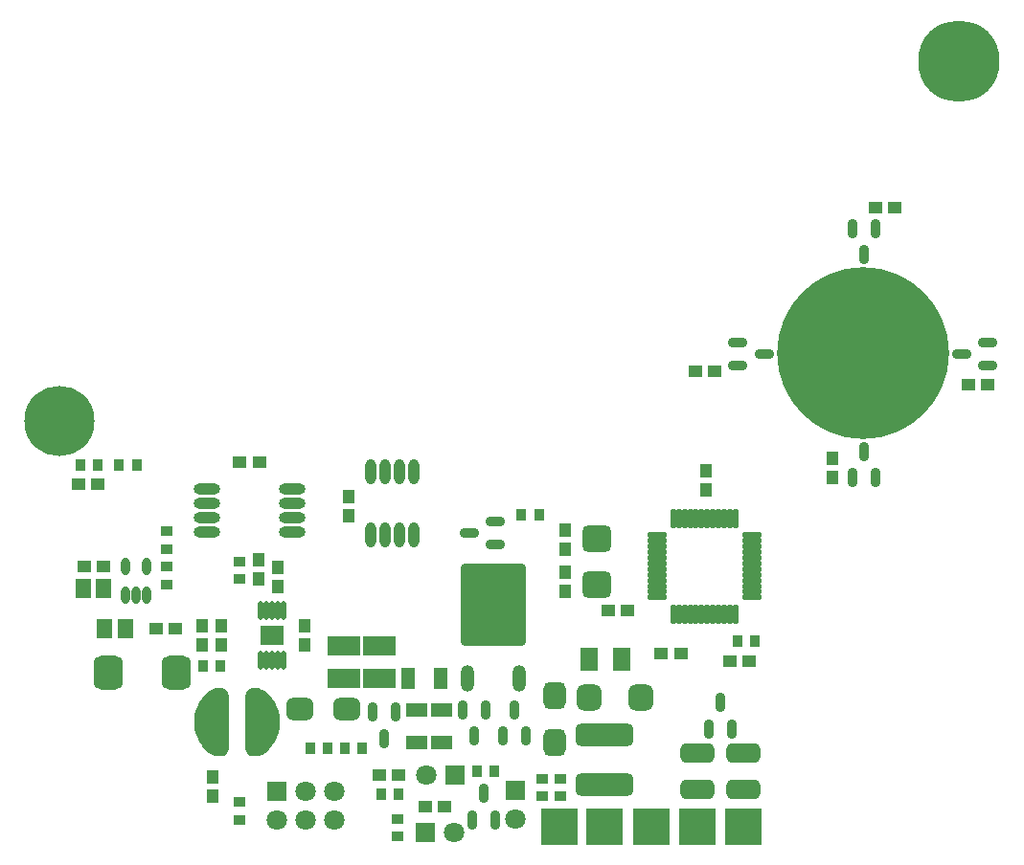
<source format=gts>
G04 Layer_Color=8388736*
%FSLAX24Y24*%
%MOIN*%
G70*
G01*
G75*
%ADD65R,0.0434X0.0356*%
%ADD66R,0.0434X0.0474*%
G04:AMPARAMS|DCode=67|XSize=98.6mil|YSize=90.7mil|CornerRadius=16.4mil|HoleSize=0mil|Usage=FLASHONLY|Rotation=0.000|XOffset=0mil|YOffset=0mil|HoleType=Round|Shape=RoundedRectangle|*
%AMROUNDEDRECTD67*
21,1,0.0986,0.0579,0,0,0.0*
21,1,0.0657,0.0907,0,0,0.0*
1,1,0.0328,0.0329,-0.0289*
1,1,0.0328,-0.0329,-0.0289*
1,1,0.0328,-0.0329,0.0289*
1,1,0.0328,0.0329,0.0289*
%
%ADD67ROUNDEDRECTD67*%
G04:AMPARAMS|DCode=68|XSize=94.6mil|YSize=76.9mil|CornerRadius=21.2mil|HoleSize=0mil|Usage=FLASHONLY|Rotation=90.000|XOffset=0mil|YOffset=0mil|HoleType=Round|Shape=RoundedRectangle|*
%AMROUNDEDRECTD68*
21,1,0.0946,0.0344,0,0,90.0*
21,1,0.0522,0.0769,0,0,90.0*
1,1,0.0424,0.0172,0.0261*
1,1,0.0424,0.0172,-0.0261*
1,1,0.0424,-0.0172,-0.0261*
1,1,0.0424,-0.0172,0.0261*
%
%ADD68ROUNDEDRECTD68*%
G04:AMPARAMS|DCode=69|XSize=202.9mil|YSize=78.9mil|CornerRadius=21.7mil|HoleSize=0mil|Usage=FLASHONLY|Rotation=180.000|XOffset=0mil|YOffset=0mil|HoleType=Round|Shape=RoundedRectangle|*
%AMROUNDEDRECTD69*
21,1,0.2029,0.0354,0,0,180.0*
21,1,0.1594,0.0789,0,0,180.0*
1,1,0.0434,-0.0797,0.0177*
1,1,0.0434,0.0797,0.0177*
1,1,0.0434,0.0797,-0.0177*
1,1,0.0434,-0.0797,-0.0177*
%
%ADD69ROUNDEDRECTD69*%
G04:AMPARAMS|DCode=70|XSize=287.5mil|YSize=226.5mil|CornerRadius=14.9mil|HoleSize=0mil|Usage=FLASHONLY|Rotation=90.000|XOffset=0mil|YOffset=0mil|HoleType=Round|Shape=RoundedRectangle|*
%AMROUNDEDRECTD70*
21,1,0.2875,0.1967,0,0,90.0*
21,1,0.2577,0.2265,0,0,90.0*
1,1,0.0299,0.0983,0.1288*
1,1,0.0299,0.0983,-0.1288*
1,1,0.0299,-0.0983,-0.1288*
1,1,0.0299,-0.0983,0.1288*
%
%ADD70ROUNDEDRECTD70*%
%ADD71O,0.0474X0.0926*%
%ADD72R,0.0631X0.0789*%
%ADD73R,0.0769X0.0493*%
%ADD74O,0.0361X0.0671*%
G04:AMPARAMS|DCode=75|XSize=90.7mil|YSize=86.7mil|CornerRadius=23.7mil|HoleSize=0mil|Usage=FLASHONLY|Rotation=270.000|XOffset=0mil|YOffset=0mil|HoleType=Round|Shape=RoundedRectangle|*
%AMROUNDEDRECTD75*
21,1,0.0907,0.0394,0,0,270.0*
21,1,0.0433,0.0867,0,0,270.0*
1,1,0.0474,-0.0197,-0.0217*
1,1,0.0474,-0.0197,0.0217*
1,1,0.0474,0.0197,0.0217*
1,1,0.0474,0.0197,-0.0217*
%
%ADD75ROUNDEDRECTD75*%
%ADD76R,0.0493X0.0769*%
%ADD77R,0.0808X0.0690*%
%ADD78O,0.0198X0.0651*%
G04:AMPARAMS|DCode=79|XSize=102.5mil|YSize=118.2mil|CornerRadius=27.6mil|HoleSize=0mil|Usage=FLASHONLY|Rotation=180.000|XOffset=0mil|YOffset=0mil|HoleType=Round|Shape=RoundedRectangle|*
%AMROUNDEDRECTD79*
21,1,0.1025,0.0630,0,0,180.0*
21,1,0.0472,0.1182,0,0,180.0*
1,1,0.0552,-0.0236,0.0315*
1,1,0.0552,0.0236,0.0315*
1,1,0.0552,0.0236,-0.0315*
1,1,0.0552,-0.0236,-0.0315*
%
%ADD79ROUNDEDRECTD79*%
G04:AMPARAMS|DCode=80|XSize=94.6mil|YSize=76.9mil|CornerRadius=21.2mil|HoleSize=0mil|Usage=FLASHONLY|Rotation=180.000|XOffset=0mil|YOffset=0mil|HoleType=Round|Shape=RoundedRectangle|*
%AMROUNDEDRECTD80*
21,1,0.0946,0.0344,0,0,180.0*
21,1,0.0522,0.0769,0,0,180.0*
1,1,0.0424,-0.0261,0.0172*
1,1,0.0424,0.0261,0.0172*
1,1,0.0424,0.0261,-0.0172*
1,1,0.0424,-0.0261,-0.0172*
%
%ADD80ROUNDEDRECTD80*%
%ADD81R,0.0356X0.0434*%
%ADD82R,0.1143X0.0651*%
%ADD83O,0.0316X0.0612*%
%ADD84R,0.0533X0.0651*%
%ADD85R,0.0474X0.0434*%
%ADD86O,0.0198X0.0710*%
%ADD87O,0.0710X0.0198*%
%ADD88O,0.0671X0.0361*%
%ADD89O,0.0930X0.0375*%
%ADD90O,0.0375X0.0880*%
G04:AMPARAMS|DCode=91|XSize=118.2mil|YSize=67.1mil|CornerRadius=18.8mil|HoleSize=0mil|Usage=FLASHONLY|Rotation=0.000|XOffset=0mil|YOffset=0mil|HoleType=Round|Shape=RoundedRectangle|*
%AMROUNDEDRECTD91*
21,1,0.1182,0.0295,0,0,0.0*
21,1,0.0807,0.0671,0,0,0.0*
1,1,0.0375,0.0404,-0.0148*
1,1,0.0375,-0.0404,-0.0148*
1,1,0.0375,-0.0404,0.0148*
1,1,0.0375,0.0404,0.0148*
%
%ADD91ROUNDEDRECTD91*%
%ADD92C,0.0710*%
%ADD93R,0.0710X0.0710*%
%ADD94R,0.0710X0.0710*%
%ADD95R,0.1261X0.1261*%
%ADD96C,0.2442*%
%ADD97C,0.5986*%
%ADD98C,0.2836*%
G36*
X19236Y16272D02*
X19239Y16273D01*
X19306Y16262D01*
X19312Y16259D01*
X19319Y16258D01*
X19379Y16228D01*
X19384Y16222D01*
X19390Y16220D01*
X19438Y16172D01*
X19441Y16165D01*
X19446Y16161D01*
X19477Y16100D01*
X19477Y16093D01*
X19481Y16087D01*
X19492Y16021D01*
X19491Y16017D01*
X19492Y16014D01*
Y14163D01*
X19491Y14160D01*
X19492Y14157D01*
X19481Y14090D01*
X19477Y14084D01*
X19477Y14077D01*
X19446Y14016D01*
X19441Y14012D01*
X19438Y14006D01*
X19390Y13958D01*
X19384Y13955D01*
X19379Y13950D01*
X19319Y13919D01*
X19312Y13918D01*
X19306Y13915D01*
X19239Y13904D01*
X19236Y13905D01*
X19232Y13904D01*
X19172D01*
X19170Y13904D01*
X19168Y13904D01*
X19048Y13916D01*
X19044Y13918D01*
X19040Y13917D01*
X18924Y13952D01*
X18921Y13955D01*
X18916Y13956D01*
X18810Y14012D01*
X18807Y14016D01*
X18803Y14017D01*
X18710Y14094D01*
X18709Y14096D01*
X18706Y14096D01*
X18676Y14127D01*
X18676Y14128D01*
X18674Y14129D01*
X18563Y14257D01*
X18562Y14260D01*
X18559Y14262D01*
X18466Y14404D01*
X18465Y14407D01*
X18463Y14409D01*
X18390Y14563D01*
X18390Y14564D01*
X18389Y14566D01*
X18388Y14569D01*
X18388Y14570D01*
X18387Y14571D01*
X18342Y14712D01*
X18342Y14715D01*
X18340Y14717D01*
X18313Y14862D01*
X18314Y14864D01*
X18312Y14867D01*
X18303Y15014D01*
X18304Y15015D01*
X18303Y15017D01*
X18303Y15148D01*
X18304Y15149D01*
X18303Y15150D01*
X18313Y15306D01*
X18314Y15308D01*
X18314Y15311D01*
X18343Y15464D01*
X18344Y15467D01*
X18344Y15469D01*
X18392Y15618D01*
X18392Y15618D01*
X18392Y15620D01*
X18392Y15620D01*
X18394Y15622D01*
X18394Y15623D01*
X18464Y15771D01*
X18466Y15773D01*
X18467Y15776D01*
X18556Y15913D01*
X18559Y15915D01*
X18560Y15918D01*
X18667Y16041D01*
X18669Y16042D01*
X18669Y16044D01*
X18713Y16087D01*
X18715Y16088D01*
X18716Y16090D01*
X18806Y16164D01*
X18810Y16165D01*
X18813Y16168D01*
X18916Y16223D01*
X18920Y16224D01*
X18923Y16226D01*
X19035Y16260D01*
X19039Y16260D01*
X19043Y16262D01*
X19159Y16273D01*
X19161Y16273D01*
X19164Y16274D01*
X19232D01*
X19236Y16272D01*
D02*
G37*
G36*
X20397Y16273D02*
X20399Y16273D01*
X20519Y16262D01*
X20523Y16259D01*
X20527Y16260D01*
X20643Y16225D01*
X20646Y16222D01*
X20651Y16222D01*
X20757Y16165D01*
X20760Y16161D01*
X20764Y16160D01*
X20857Y16084D01*
X20858Y16082D01*
X20860Y16081D01*
X20891Y16051D01*
X20891Y16049D01*
X20893Y16048D01*
X21004Y15920D01*
X21005Y15917D01*
X21008Y15915D01*
X21101Y15773D01*
X21102Y15770D01*
X21104Y15768D01*
X21177Y15614D01*
X21177Y15613D01*
X21178Y15612D01*
X21179Y15608D01*
X21179Y15607D01*
X21180Y15606D01*
X21225Y15465D01*
X21225Y15463D01*
X21227Y15460D01*
X21254Y15316D01*
X21253Y15313D01*
X21255Y15310D01*
X21264Y15163D01*
X21263Y15162D01*
X21264Y15161D01*
X21264Y15029D01*
X21263Y15028D01*
X21264Y15027D01*
X21254Y14871D01*
X21253Y14869D01*
X21253Y14866D01*
X21224Y14713D01*
X21223Y14711D01*
X21223Y14708D01*
X21175Y14560D01*
X21175Y14559D01*
X21175Y14557D01*
X21174Y14557D01*
X21173Y14556D01*
X21173Y14554D01*
X21103Y14406D01*
X21101Y14404D01*
X21100Y14401D01*
X21011Y14264D01*
X21008Y14262D01*
X21007Y14259D01*
X20900Y14136D01*
X20898Y14135D01*
X20898Y14134D01*
X20854Y14090D01*
X20852Y14090D01*
X20851Y14088D01*
X20761Y14014D01*
X20757Y14012D01*
X20754Y14009D01*
X20651Y13954D01*
X20647Y13953D01*
X20643Y13951D01*
X20532Y13917D01*
X20527Y13917D01*
X20524Y13915D01*
X20408Y13904D01*
X20405Y13904D01*
X20403Y13904D01*
X20335D01*
X20331Y13905D01*
X20328Y13904D01*
X20261Y13915D01*
X20255Y13918D01*
X20248Y13919D01*
X20188Y13950D01*
X20183Y13955D01*
X20177Y13958D01*
X20129Y14006D01*
X20126Y14012D01*
X20121Y14016D01*
X20090Y14077D01*
X20090Y14084D01*
X20086Y14090D01*
X20075Y14157D01*
X20076Y14160D01*
X20075Y14163D01*
Y16014D01*
X20076Y16017D01*
X20075Y16021D01*
X20086Y16087D01*
X20090Y16093D01*
X20090Y16100D01*
X20121Y16161D01*
X20126Y16165D01*
X20129Y16172D01*
X20177Y16220D01*
X20183Y16222D01*
X20188Y16228D01*
X20248Y16258D01*
X20255Y16259D01*
X20261Y16262D01*
X20328Y16273D01*
X20331Y16272D01*
X20335Y16274D01*
X20395D01*
X20397Y16273D01*
D02*
G37*
D65*
X30404Y13110D02*
D03*
Y12500D02*
D03*
X31043Y13110D02*
D03*
Y12500D02*
D03*
X19862Y20069D02*
D03*
Y20679D02*
D03*
X17343Y21732D02*
D03*
Y21122D02*
D03*
Y20502D02*
D03*
Y19892D02*
D03*
X19872Y12293D02*
D03*
Y11683D02*
D03*
X25364Y11722D02*
D03*
Y11112D02*
D03*
D66*
X23661Y22274D02*
D03*
Y22943D02*
D03*
X31210Y19626D02*
D03*
Y20295D02*
D03*
X31211Y21762D02*
D03*
Y21093D02*
D03*
X22136Y18445D02*
D03*
Y17776D02*
D03*
X18917Y12510D02*
D03*
Y13179D02*
D03*
X21201Y20482D02*
D03*
Y19813D02*
D03*
X20531Y20748D02*
D03*
Y20079D02*
D03*
X19242Y18455D02*
D03*
Y17785D02*
D03*
X18563Y18455D02*
D03*
Y17785D02*
D03*
X36093Y23179D02*
D03*
Y23848D02*
D03*
X40512Y23593D02*
D03*
Y24262D02*
D03*
D67*
X32303Y19892D02*
D03*
Y21467D02*
D03*
D68*
X30827Y14380D02*
D03*
Y15994D02*
D03*
D69*
X32579Y12913D02*
D03*
Y14646D02*
D03*
D70*
X28701Y19163D02*
D03*
D71*
X27803Y16604D02*
D03*
X29598D02*
D03*
D72*
X33159Y17274D02*
D03*
X32018D02*
D03*
D73*
X26900Y14380D02*
D03*
Y15522D02*
D03*
X26043Y14380D02*
D03*
Y15522D02*
D03*
D74*
X29445Y15521D02*
D03*
X29845Y14611D02*
D03*
X29045D02*
D03*
X28045D02*
D03*
X27645Y15521D02*
D03*
X28445D02*
D03*
X24915Y14523D02*
D03*
X24515Y15433D02*
D03*
X25315D02*
D03*
X28372Y12598D02*
D03*
X28772Y11688D02*
D03*
X27972D02*
D03*
X41598Y31359D02*
D03*
X41198Y32269D02*
D03*
X41998D02*
D03*
X41591Y24508D02*
D03*
X41991Y23598D02*
D03*
X41191D02*
D03*
X36611Y15767D02*
D03*
X37011Y14857D02*
D03*
X36211D02*
D03*
D75*
X33829Y15945D02*
D03*
X32018D02*
D03*
D76*
X26880Y16604D02*
D03*
X25738D02*
D03*
D77*
X21004Y18110D02*
D03*
D78*
X21398Y17244D02*
D03*
X21201D02*
D03*
X21004D02*
D03*
X20807D02*
D03*
X20610D02*
D03*
Y18976D02*
D03*
X20807D02*
D03*
X21004D02*
D03*
X21201D02*
D03*
X21398D02*
D03*
D79*
X17666Y16821D02*
D03*
X15306D02*
D03*
D80*
X23583Y15531D02*
D03*
X21969D02*
D03*
D81*
X22323Y14163D02*
D03*
X22933D02*
D03*
X19201Y17026D02*
D03*
X18591D02*
D03*
X23534Y14163D02*
D03*
X24144D02*
D03*
X28130Y13376D02*
D03*
X28740D02*
D03*
X37185Y17904D02*
D03*
X37795D02*
D03*
X16289Y24055D02*
D03*
X15679D02*
D03*
X29675Y22313D02*
D03*
X30285D02*
D03*
X14941Y24055D02*
D03*
X14331D02*
D03*
X24794Y12579D02*
D03*
X25404D02*
D03*
D82*
X23494Y17756D02*
D03*
Y16614D02*
D03*
X24724Y17756D02*
D03*
Y16614D02*
D03*
D83*
X16634Y19518D02*
D03*
Y20502D02*
D03*
X15886Y19518D02*
D03*
Y20502D02*
D03*
X16260Y19518D02*
D03*
D84*
X15128Y19734D02*
D03*
X14419D02*
D03*
X15886Y18356D02*
D03*
X15177D02*
D03*
D85*
X14459Y20502D02*
D03*
X15128D02*
D03*
X17618Y18356D02*
D03*
X16949D02*
D03*
X33366Y18976D02*
D03*
X32697D02*
D03*
X35217Y17461D02*
D03*
X34547D02*
D03*
X36929Y17215D02*
D03*
X37598D02*
D03*
X14941Y23366D02*
D03*
X14272D02*
D03*
X19882Y24144D02*
D03*
X20551D02*
D03*
X45906Y26850D02*
D03*
X45236D02*
D03*
X41988Y33012D02*
D03*
X42657D02*
D03*
X36398Y27313D02*
D03*
X35728D02*
D03*
X25413Y13248D02*
D03*
X24744D02*
D03*
X26339Y12136D02*
D03*
X27008D02*
D03*
D86*
X34961Y18858D02*
D03*
X35157D02*
D03*
X35354D02*
D03*
X35551D02*
D03*
X35748D02*
D03*
X35945D02*
D03*
X36142D02*
D03*
X36339D02*
D03*
X36535D02*
D03*
X36732D02*
D03*
Y22165D02*
D03*
X36535D02*
D03*
X36339D02*
D03*
X36142D02*
D03*
X35945D02*
D03*
X35748D02*
D03*
X35551D02*
D03*
X35354D02*
D03*
X35157D02*
D03*
X34961D02*
D03*
X36929Y18858D02*
D03*
X37126D02*
D03*
Y22165D02*
D03*
X36929D02*
D03*
D87*
X37697Y19429D02*
D03*
Y19626D02*
D03*
Y19823D02*
D03*
Y20020D02*
D03*
Y20217D02*
D03*
Y20807D02*
D03*
Y21004D02*
D03*
Y21201D02*
D03*
Y21398D02*
D03*
Y21594D02*
D03*
Y20413D02*
D03*
Y20610D02*
D03*
X34390Y20217D02*
D03*
Y20020D02*
D03*
Y19823D02*
D03*
Y19626D02*
D03*
Y19429D02*
D03*
Y21594D02*
D03*
Y21398D02*
D03*
Y21201D02*
D03*
Y21004D02*
D03*
Y20807D02*
D03*
Y20610D02*
D03*
Y20413D02*
D03*
D88*
X27865Y21670D02*
D03*
X28775Y22070D02*
D03*
Y21270D02*
D03*
X45000Y27920D02*
D03*
X45910Y28320D02*
D03*
Y27520D02*
D03*
X38120Y27920D02*
D03*
X37210Y27520D02*
D03*
Y28320D02*
D03*
D89*
X21690Y22199D02*
D03*
X18740D02*
D03*
X21690Y23199D02*
D03*
Y22699D02*
D03*
Y21699D02*
D03*
X18740Y23199D02*
D03*
Y22699D02*
D03*
Y21699D02*
D03*
D90*
X24429Y21594D02*
D03*
X24929D02*
D03*
Y23794D02*
D03*
X24429D02*
D03*
X25929Y21594D02*
D03*
Y23794D02*
D03*
X25429Y21594D02*
D03*
Y23794D02*
D03*
D91*
X35807Y12746D02*
D03*
Y14006D02*
D03*
X37402Y12746D02*
D03*
Y14006D02*
D03*
D92*
X26362Y13248D02*
D03*
X27339Y11250D02*
D03*
X29478Y11697D02*
D03*
X23152Y11677D02*
D03*
Y12677D02*
D03*
X22152Y11677D02*
D03*
X21152D02*
D03*
X22152Y12677D02*
D03*
D93*
X27362Y13248D02*
D03*
X26339Y11250D02*
D03*
X21152Y12677D02*
D03*
D94*
X29478Y12697D02*
D03*
D95*
X30984Y11457D02*
D03*
X32579D02*
D03*
X34203D02*
D03*
X35807D02*
D03*
X37402D02*
D03*
D96*
X13602Y25576D02*
D03*
D97*
X41575Y27943D02*
D03*
D98*
X44900Y38100D02*
D03*
M02*

</source>
